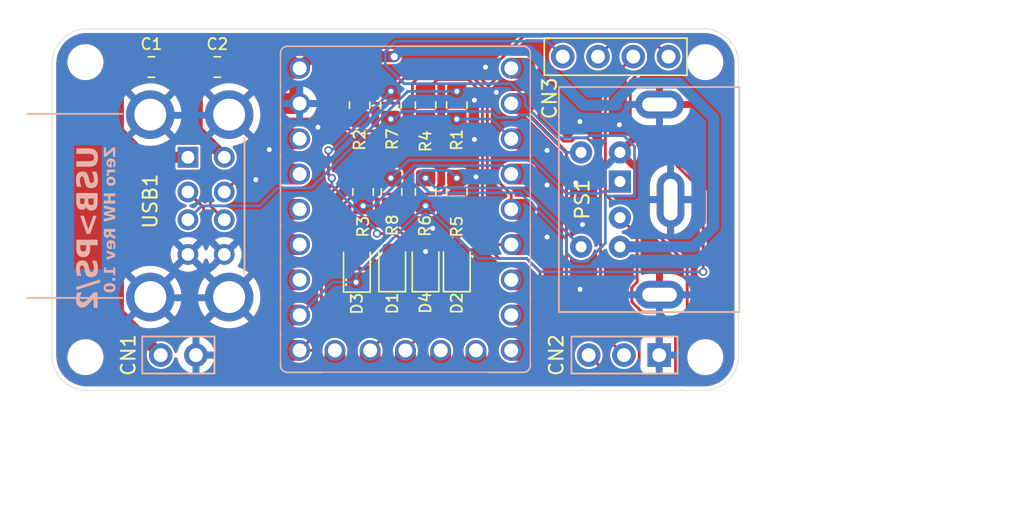
<source format=kicad_pcb>
(kicad_pcb (version 20240108) (generator "pcbnew") (generator_version "8.0")
  (title_block (title "USB to PS/2 Adapter") (date "2024-12-07") (rev "1.2") (company "Mikhail Matveev"))
  (layers (0 "F.Cu" signal) (31 "B.Cu" signal) (34 "B.Paste" user) (35 "F.Paste" user) (36 "B.SilkS" user "B.Silkscreen") (37 "F.SilkS" user "F.Silkscreen") (38 "B.Mask" user) (39 "F.Mask" user) (44 "Edge.Cuts" user))
  (net 0 "")
  (net 1 "GND")
  (net 2 "VBUS")
  (net 3 "/GPIO15")
  (net 4 "/GPIO14")
  (net 5 "/GPIO12")
  (net 6 "/GPIO11")
  (net 7 "/RP Zero/GPIO9")
  (net 8 "/GPIO5")
  (net 9 "/GPIO4")
  (net 10 "/GPIO3")
  (net 11 "/GPIO2")
  (net 12 "/GPIO1")
  (net 13 "/GPIO0")
  (net 14 "/PS2 with Diodes/MS_CLK")
  (net 15 "/PS2 with Diodes/MS_DATA")
  (net 16 "/PS2 with Diodes/KB_DATA")
  (net 17 "/PS2 with Diodes/KB_CLK")
  (net 18 "/RP Zero/GPIO28")
  (net 19 "/RP Zero/GPIO6")
  (net 20 "/RP Zero/GPIO29")
  (net 21 "/RP Zero/3V3")
  (net 22 "/RP Zero/GPIO9_1")
  (net 23 "/RP Zero/GPIO10")
  (net 24 "/RP Zero/GPIO29_1")
  (net 25 "/RP Zero/GPIO8")
  (net 26 "/RP Zero/GPIO10_1")
  (net 27 "/RP Zero/GPIO26")
  (net 28 "/RP Zero/3V3_1")
  (net 29 "/RP Zero/GPIO27")
  (net 30 "/RP Zero/GPIO8_1")
  (net 31 "/RP Zero/GPIO6_1")
  (net 32 "/RP Zero/GPIO27_1")
  (net 33 "/RP Zero/GPIO7")
  (net 34 "/RP Zero/GPIO13")
  (net 35 "/RP Zero/GPIO28_1")
  (net 36 "/RP Zero/GPIO13_1")
  (net 37 "/RP Zero/GPIO26_1")
  (net 38 "/RP Zero/GPIO7_1")
  (net 39 "Net-(USB1-D1+)")
  (net 40 "Net-(USB1-D2+)")
  (net 41 "Net-(USB1-D1-)")
  (net 42 "Net-(USB1-D2-)")
  (footprint "LIBS:Medved_R_0805" (layer "F.Cu") (at 124.3 88.75 -90)
    (property "Reference" "R8" (at 2.4 -0.05 -90) (layer "F.SilkS") (effects (font (size 0.8 0.8) (thickness 0.13))))
    (property "Value" "100R")
    (fp_line (start -0.227064 0.735) (end 0.227064 0.735) (stroke (width 0.12)) (layer "F.SilkS"))
    (fp_line (start -0.227064 -0.735) (end 0.227064 -0.735) (stroke (width 0.12)) (layer "F.SilkS"))
    (pad "1" smd roundrect (at -1 0 270) (size 1.2 1.4) (layers "F.Cu" "F.Paste" "F.Mask") (roundrect_rratio 0.208333) (net 16 "/PS2 with Diodes/KB_DATA"))
    (pad "2" smd roundrect (at 1 0 270) (size 1.2 1.4) (layers "F.Cu" "F.Paste" "F.Mask") (roundrect_rratio 0.208333) (net 6 "/GPIO11"))
  )
  (footprint "LIBS:MountingHole_2.1mm" (layer "F.Cu") (at 146.9 79.4)
    (property "Reference" "H4" (hide yes))
    (property "Value" "MountingHole")
    (pad "" np_thru_hole circle (at 0 0) (size 2.1 2.1) (drill 2.1) (layers "*.Cu" "*.Mask"))
  )
  (footprint "LIBS:Medved_USB_A_CUI_UJ2-ADH-TH_Horizontal_Stacked" (layer "F.Cu") (at 109.63 86.25)
    (property "Reference" "USB1" (at -2.71 3.16 90) (layer "F.SilkS"))
    (property "Value" "USB_A_Stacked")
    (fp_line (start -11.58 10.13) (end -4.73 10.13) (stroke (width 0.12)) (layer "B.SilkS"))
    (fp_line (start -4.73 -3.13) (end -11.58 -3.13) (stroke (width 0.12)) (layer "B.SilkS"))
    (fp_line (start 4.07 8.4) (end 4.07 -1.4) (stroke (width 0.12)) (layer "B.SilkS"))
    (fp_line (start -11.58 10.13) (end -4.73 10.13) (stroke (width 0.12)) (layer "F.SilkS"))
    (fp_line (start -4.73 -3.13) (end -11.58 -3.13) (stroke (width 0.12)) (layer "F.SilkS"))
    (fp_line (start 4.07 8.4) (end 4.07 -1.4) (stroke (width 0.12)) (layer "F.SilkS"))
    (pad "1" thru_hole rect (at 0 0) (size 1.5 1.5) (drill 0.92) (layers "*.Cu" "*.Mask") (net 2 "VBUS"))
    (pad "2" thru_hole circle (at 0 2.5) (size 1.5 1.5) (drill 0.92) (layers "*.Cu" "*.Mask") (net 41 "Net-(USB1-D1-)"))
    (pad "3" thru_hole circle (at 0 4.5) (size 1.5 1.5) (drill 0.92) (layers "*.Cu" "*.Mask") (net 39 "Net-(USB1-D1+)"))
    (pad "4" thru_hole circle (at 0 7) (size 1.5 1.5) (drill 0.92) (layers "*.Cu" "*.Mask") (net 1 "GND"))
    (pad "5" thru_hole circle (at 2.62 0) (size 1.5 1.5) (drill 0.92) (layers "*.Cu" "*.Mask") (net 2 "VBUS"))
    (pad "6" thru_hole circle (at 2.62 2.5) (size 1.5 1.5) (drill 0.92) (layers "*.Cu" "*.Mask") (net 42 "Net-(USB1-D2-)"))
    (pad "7" thru_hole circle (at 2.62 4.5) (size 1.5 1.5) (drill 0.92) (layers "*.Cu" "*.Mask") (net 40 "Net-(USB1-D2+)"))
    (pad "8" thru_hole circle (at 2.62 7) (size 1.5 1.5) (drill 0.92) (layers "*.Cu" "*.Mask") (net 1 "GND"))
    (pad "9" thru_hole circle (at -2.71 -3.07) (size 3.5 3.5) (drill 2.3) (layers "*.Cu" "*.Mask") (net 1 "GND"))
    (pad "9" thru_hole circle (at -2.71 10.07) (size 3.5 3.5) (drill 2.3) (layers "*.Cu" "*.Mask") (net 1 "GND"))
    (pad "9" thru_hole circle (at 2.97 -3.07) (size 3.5 3.5) (drill 2.3) (layers "*.Cu" "*.Mask") (net 1 "GND"))
    (pad "9" thru_hole circle (at 2.97 10.07) (size 3.5 3.5) (drill 2.3) (layers "*.Cu" "*.Mask") (net 1 "GND"))
  )
  (footprint "LIBS:Medved_PinHeader_1x04" (layer "F.Cu") (at 144.25 79 -90)
    (property "Reference" "CN3" (at 3.01 8.57 -90) (layer "F.SilkS"))
    (property "Value" "PS/2 Pins")
    (fp_line (start -1.33 8.95) (end 1.33 8.95) (stroke (width 0.12)) (layer "F.SilkS"))
    (fp_line (start -1.33 -1.33) (end -1.33 8.95) (stroke (width 0.12)) (layer "F.SilkS"))
    (fp_line (start -1.33 -1.33) (end 1.340917 -1.33) (stroke (width 0.12)) (layer "F.SilkS"))
    (fp_line (start 1.340917 -1.33) (end 1.34 8.950005) (stroke (width 0.12)) (layer "F.SilkS"))
    (pad "1" thru_hole circle (at 0 0 270) (size 1.7 1.7) (drill 1) (layers "*.Cu" "*.Mask") (net 5 "/GPIO12"))
    (pad "2" thru_hole oval (at 0 2.54 270) (size 1.7 1.7) (drill 1) (layers "*.Cu" "*.Mask") (net 6 "/GPIO11"))
    (pad "3" thru_hole oval (at 0 5.08 270) (size 1.7 1.7) (drill 1) (layers "*.Cu" "*.Mask") (net 3 "/GPIO15"))
    (pad "4" thru_hole oval (at 0 7.62 270) (size 1.7 1.7) (drill 1) (layers "*.Cu" "*.Mask") (net 4 "/GPIO14"))
  )
  (footprint "LIBS:MountingHole_2.1mm" (layer "F.Cu") (at 146.9 100.65)
    (property "Reference" "H3" (hide yes))
    (property "Value" "MountingHole")
    (pad "" np_thru_hole circle (at 0 0) (size 2.1 2.1) (drill 2.1) (layers "*.Cu" "*.Mask"))
  )
  (footprint "LIBS:Medved_R_0805" (layer "F.Cu") (at 126.75 88.75 -90)
    (property "Reference" "R6" (at 2.45 0.05 90) (layer "F.SilkS") (effects (font (size 0.8 0.8) (thickness 0.13))))
    (property "Value" "100R")
    (fp_line (start -0.227064 0.735) (end 0.227064 0.735) (stroke (width 0.12)) (layer "F.SilkS"))
    (fp_line (start -0.227064 -0.735) (end 0.227064 -0.735) (stroke (width 0.12)) (layer "F.SilkS"))
    (pad "1" smd roundrect (at -1 0 270) (size 1.2 1.4) (layers "F.Cu" "F.Paste" "F.Mask") (roundrect_rratio 0.208333) (net 14 "/PS2 with Diodes/MS_CLK"))
    (pad "2" smd roundrect (at 1 0 270) (size 1.2 1.4) (layers "F.Cu" "F.Paste" "F.Mask") (roundrect_rratio 0.208333) (net 3 "/GPIO15"))
  )
  (footprint "LIBS:Connector_Mini-DIN_Female_6Pin_2rows" (layer "F.Cu") (at 140.75 88 90)
    (property "Reference" "PS1" (at -1.29 -2.71 90) (layer "F.SilkS"))
    (property "Value" "PS/2")
    (fp_line (start 6.8 -4.4) (end 6.8 8.6) (stroke (width 0.12)) (layer "B.SilkS"))
    (fp_line (start -9.4 -4.4) (end 6.8 -4.4) (stroke (width 0.12)) (layer "B.SilkS"))
    (fp_line (start -9.4 -4.4) (end -9.4 8.6) (stroke (width 0.12)) (layer "B.SilkS"))
    (fp_line (start -9.4 8.6) (end 6.8 8.6) (stroke (width 0.12)) (layer "B.SilkS"))
    (fp_line (start 6.8 -4.4) (end 6.8 8.6) (stroke (width 0.12)) (layer "F.SilkS"))
    (fp_line (start -9.4 -4.4) (end 6.8 -4.4) (stroke (width 0.12)) (layer "F.SilkS"))
    (fp_line (start -9.4 -4.4) (end -9.4 8.6) (stroke (width 0.12)) (layer "F.SilkS"))
    (fp_line (start -9.4 8.6) (end 6.8 8.6) (stroke (width 0.12)) (layer "F.SilkS"))
    (pad "1" thru_hole rect (at 0 0 90) (size 1.6 1.6) (drill 0.8) (layers "*.Cu" "*.Mask") (net 16 "/PS2 with Diodes/KB_DATA"))
    (pad "2" thru_hole circle (at -2.6 0 90) (size 1.6 1.6) (drill 0.8) (layers "*.Cu" "*.Mask") (net 15 "/PS2 with Diodes/MS_DATA"))
    (pad "3" thru_hole oval (at -8.15 2.85 90) (size 2 3.5) (drill oval 1 2.5) (layers "*.Cu" "*.Mask") (net 1 "GND"))
    (pad "3" thru_hole oval (at -1.3 3.65 90) (size 4 2) (drill oval 3 1) (layers "*.Cu" "*.Mask") (net 1 "GND"))
    (pad "3" thru_hole circle (at 2.1 0 90) (size 1.6 1.6) (drill 0.8) (layers "*.Cu" "*.Mask") (net 1 "GND"))
    (pad "3" thru_hole oval (at 5.55 2.85 90) (size 2 3.5) (drill oval 1 2.5) (layers "*.Cu" "*.Mask") (net 1 "GND"))
    (pad "4" thru_hole circle (at -4.7 0 90) (size 1.6 1.6) (drill 0.8) (layers "*.Cu" "*.Mask") (net 2 "VBUS"))
    (pad "5" thru_hole circle (at 2.1 -2.8 90) (size 1.6 1.6) (drill 0.8) (layers "*.Cu" "*.Mask") (net 17 "/PS2 with Diodes/KB_CLK"))
    (pad "6" thru_hole circle (at -4.7 -2.8 90) (size 1.6 1.6) (drill 0.8) (layers "*.Cu" "*.Mask") (net 14 "/PS2 with Diodes/MS_CLK"))
  )
  (footprint "LIBS:Medved_UART_Pin3" (layer "F.Cu") (at 138.5 100.5 90)
    (property "Reference" "CN2" (at 0 -2.33 90) (layer "F.SilkS"))
    (property "Value" "UART")
    (fp_line (start 1.33 -1.25) (end 1.33 6.41) (stroke (width 0.12)) (layer "B.SilkS"))
    (fp_line (start -1.33 -1.25) (end 1.33 -1.25) (stroke (width 0.12)) (layer "B.SilkS"))
    (fp_line (start -1.33 -1.25) (end -1.33 6.41) (stroke (width 0.12)) (layer "B.SilkS"))
    (fp_line (start -1.33 6.41) (end 1.33 6.41) (stroke (width 0.12)) (layer "B.SilkS"))
    (fp_line (start 1.33 -1.25) (end 1.33 6.41) (stroke (width 0.12)) (layer "F.SilkS"))
    (fp_line (start -1.33 -1.25) (end 1.33 -1.25) (stroke (width 0.12)) (layer "F.SilkS"))
    (fp_line (start -1.33 -1.25) (end -1.33 6.41) (stroke (width 0.12)) (layer "F.SilkS"))
    (fp_line (start -1.33 6.41) (end 1.33 6.41) (stroke (width 0.12)) (layer "F.SilkS"))
    (pad "1" thru_hole circle (at 0 0 90) (size 1.7 1.7) (drill 1) (layers "*.Cu" "*.Mask") (net 13 "/GPIO0"))
    (pad "2" thru_hole oval (at 0 2.54 90) (size 1.7 1.7) (drill 1) (layers "*.Cu" "*.Mask") (net 12 "/GPIO1"))
    (pad "3" thru_hole rect (at 0 5.08 90) (size 1.7 1.7) (drill 1) (layers "*.Cu" "*.Mask") (net 1 "GND"))
  )
  (footprint "LIBS:Medved_R_0805" (layer "F.Cu") (at 122.25 88.75 90)
    (property "Reference" "R3" (at -2.5 0 90) (layer "F.SilkS") (effects (font (size 0.8 0.8) (thickness 0.13))))
    (property "Value" "22R")
    (fp_line (start -0.227064 -0.735) (end 0.227064 -0.735) (stroke (width 0.12)) (layer "F.SilkS"))
    (fp_line (start -0.227064 0.735) (end 0.227064 0.735) (stroke (width 0.12)) (layer "F.SilkS"))
    (pad "1" smd roundrect (at -1 0 90) (size 1.2 1.4) (layers "F.Cu" "F.Paste" "F.Mask") (roundrect_rratio 0.208333) (net 10 "/GPIO3"))
    (pad "2" smd roundrect (at 1 0 90) (size 1.2 1.4) (layers "F.Cu" "F.Paste" "F.Mask") (roundrect_rratio 0.208333) (net 41 "Net-(USB1-D1-)"))
  )
  (footprint "LIBS:Medved_R_0805" (layer "F.Cu") (at 129 88.75 90)
    (property "Reference" "R5" (at -2.5 0 90) (layer "F.SilkS") (effects (font (size 0.8 0.8) (thickness 0.13))))
    (property "Value" "100R")
    (fp_line (start -0.227064 -0.735) (end 0.227064 -0.735) (stroke (width 0.12)) (layer "F.SilkS"))
    (fp_line (start -0.227064 0.735) (end 0.227064 0.735) (stroke (width 0.12)) (layer "F.SilkS"))
    (pad "1" smd roundrect (at -1 0 90) (size 1.2 1.4) (layers "F.Cu" "F.Paste" "F.Mask") (roundrect_rratio 0.208333) (net 15 "/PS2 with Diodes/MS_DATA"))
    (pad "2" smd roundrect (at 1 0 90) (size 1.2 1.4) (layers "F.Cu" "F.Paste" "F.Mask") (roundrect_rratio 0.208333) (net 4 "/GPIO14"))
  )
  (footprint "LIBS:Medved_R_0805" (layer "F.Cu") (at 124.25 82.5 90)
    (property "Reference" "R7" (at -2.45 0.1 90) (layer "F.SilkS") (effects (font (size 0.8 0.8) (thickness 0.13))))
    (property "Value" "100R")
    (fp_line (start -0.227064 -0.735) (end 0.227064 -0.735) (stroke (width 0.12)) (layer "F.SilkS"))
    (fp_line (start -0.227064 0.735) (end 0.227064 0.735) (stroke (width 0.12)) (layer "F.SilkS"))
    (pad "1" smd roundrect (at -1 0 90) (size 1.2 1.4) (layers "F.Cu" "F.Paste" "F.Mask") (roundrect_rratio 0.208333) (net 17 "/PS2 with Diodes/KB_CLK"))
    (pad "2" smd roundrect (at 1 0 90) (size 1.2 1.4) (layers "F.Cu" "F.Paste" "F.Mask") (roundrect_rratio 0.208333) (net 5 "/GPIO12"))
  )
  (footprint "LIBS:MountingHole_2.1mm" (layer "F.Cu") (at 102.25 79.4)
    (property "Reference" "H1" (hide yes))
    (property "Value" "MountingHole")
    (pad "" np_thru_hole circle (at 0 0) (size 2.1 2.1) (drill 2.1) (layers "*.Cu" "*.Mask"))
  )
  (footprint "LIBS:Medved_PinHeader_1x02" (layer "F.Cu") (at 107.67 100.5 90)
    (property "Reference" "CN1" (at 0 -2.33 90) (layer "F.SilkS"))
    (property "Value" "Conn_01x02")
    (fp_line (start 1.330169 -1.33) (end 1.33 3.87) (stroke (width 0.12)) (layer "B.SilkS"))
    (fp_line (start -1.33 -1.33) (end 1.330169 -1.33) (stroke (width 0.12)) (layer "B.SilkS"))
    (fp_line (start -1.33 1.27) (end -1.33 -1.33) (stroke (width 0.12)) (layer "B.SilkS"))
    (fp_line (start -1.33 1.27) (end -1.33 3.87) (stroke (width 0.12)) (layer "B.SilkS"))
    (fp_line (start -1.33 3.87) (end 1.33 3.87) (stroke (width 0.12)) (layer "B.SilkS"))
    (fp_line (start 1.330169 -1.33) (end 1.33 3.87) (stroke (width 0.12)) (layer "F.SilkS"))
    (fp_line (start -1.33 -1.33) (end 1.330169 -1.33) (stroke (width 0.12)) (layer "F.SilkS"))
    (fp_line (start -1.33 1.27) (end -1.33 -1.33) (stroke (width 0.12)) (layer "F.SilkS"))
    (fp_line (start -1.33 1.27) (end -1.33 3.87) (stroke (width 0.12)) (layer "F.SilkS"))
    (fp_line (start -1.33 3.87) (end 1.33 3.87) (stroke (width 0.12)) (layer "F.SilkS"))
    (pad "1" thru_hole circle (at 0 0 90) (size 1.7 1.7) (drill 1) (layers "*.Cu" "*.Mask") (net 2 "VBUS"))
    (pad "2" thru_hole oval (at 0 2.54 90) (size 1.7 1.7) (drill 1) (layers "*.Cu" "*.Mask") (net 1 "GND"))
  )
  (footprint "LIBS:Medved_R_0805" (layer "F.Cu") (at 111.75 79.75)
    (property "Reference" "C2" (at 0 -1.65 0) (layer "F.SilkS") (effects (font (size 0.8 0.8) (thickness 0.13))))
    (property "Value" "10u")
    (fp_line (start -0.227064 -0.735) (end 0.227064 -0.735) (stroke (width 0.12)) (layer "F.SilkS"))
    (fp_line (start -0.227064 0.735) (end 0.227064 0.735) (stroke (width 0.12)) (layer "F.SilkS"))
    (pad "1" smd roundrect (at -1 0) (size 1.2 1.4) (layers "F.Cu" "F.Paste" "F.Mask") (roundrect_rratio 0.208333) (net 2 "VBUS"))
    (pad "2" smd roundrect (at 1 0) (size 1.2 1.4) (layers "F.Cu" "F.Paste" "F.Mask") (roundrect_rratio 0.208333) (net 1 "GND"))
  )
  (footprint "LIBS:Medved_R_0805" (layer "F.Cu") (at 126.75 82.5 -90)
    (property "Reference" "R4" (at 2.6 0 -90) (layer "F.SilkS") (effects (font (size 0.8 0.8) (thickness 0.13))))
    (property "Value" "22R")
    (fp_line (start -0.227064 0.735) (end 0.227064 0.735) (stroke (width 0.12)) (layer "F.SilkS"))
    (fp_line (start -0.227064 -0.735) (end 0.227064 -0.735) (stroke (width 0.12)) (layer "F.SilkS"))
    (pad "1" smd roundrect (at -1 0 270) (size 1.2 1.4) (layers "F.Cu" "F.Paste" "F.Mask") (roundrect_rratio 0.208333) (net 8 "/GPIO5"))
    (pad "2" smd roundrect (at 1 0 270) (size 1.2 1.4) (layers "F.Cu" "F.Paste" "F.Mask") (roundrect_rratio 0.208333) (net 42 "Net-(USB1-D2-)"))
  )
  (footprint "LIBS:MountingHole_2.1mm" (layer "F.Cu") (at 102.25 100.65)
    (property "Reference" "H2" (hide yes))
    (property "Value" "MountingHole")
    (pad "" np_thru_hole circle (at 0 0) (size 2.1 2.1) (drill 2.1) (layers "*.Cu" "*.Mask"))
  )
  (footprint "LIBS:Medved_R_0805" (layer "F.Cu") (at 107 79.75)
    (property "Reference" "C1" (at 0 -1.65 0) (layer "F.SilkS") (effects (font (size 0.8 0.8) (thickness 0.13))))
    (property "Value" "10u")
    (fp_line (start -0.227064 -0.735) (end 0.227064 -0.735) (stroke (width 0.12)) (layer "F.SilkS"))
    (fp_line (start -0.227064 0.735) (end 0.227064 0.735) (stroke (width 0.12)) (layer "F.SilkS"))
    (pad "1" smd roundrect (at -1 0) (size 1.2 1.4) (layers "F.Cu" "F.Paste" "F.Mask") (roundrect_rratio 0.208333) (net 2 "VBUS"))
    (pad "2" smd roundrect (at 1 0) (size 1.2 1.4) (layers "F.Cu" "F.Paste" "F.Mask") (roundrect_rratio 0.208333) (net 1 "GND"))
  )
  (footprint "LIBS:rp2040-zero-tht" (layer "F.Cu") (at 125.3 90)
    (property "Reference" "RP1" (hide yes))
    (property "Value" "RP 2040 Zero" (hide yes))
    (fp_line (start -9 11.23) (end -9 -11.24) (stroke (width 0.1)) (layer "B.SilkS"))
    (fp_line (start -8.5 -11.74) (end 8.49 -11.74) (stroke (width 0.1)) (layer "B.SilkS"))
    (fp_line (start 8.49 11.73) (end -8.5 11.73) (stroke (width 0.1)) (layer "B.SilkS"))
    (fp_line (start 8.99 -11.24) (end 8.99 11.23) (stroke (width 0.1)) (layer "B.SilkS"))
    (fp_arc (start -9 -11.24) (mid -8.853553 -11.593553) (end -8.5 -11.74) (stroke (width 0.1)) (layer "B.SilkS"))
    (fp_arc (start -8.5 11.73) (mid -8.853553 11.583553) (end -9 11.23) (stroke (width 0.1)) (layer "B.SilkS"))
    (fp_arc (start 8.49 -11.74) (mid 8.843553 -11.593553) (end 8.99 -11.24) (stroke (width 0.1)) (layer "B.SilkS"))
    (fp_arc (start 8.99 11.23) (mid 8.843553 11.583553) (end 8.49 11.73) (stroke (width 0.1)) (layer "B.SilkS"))
    (fp_line (start -9 -11.25) (end -9 -11) (stroke (width 0.1)) (layer "F.SilkS"))
    (fp_line (start -9 -9.05) (end -9 -8.8) (stroke (width 0.1)) (layer "F.SilkS"))
    (fp_line (start -9 -6.525) (end -9 -6.275) (stroke (width 0.1)) (layer "F.SilkS"))
    (fp_line (start -9 -3.95) (end -9 -3.7) (stroke (width 0.1)) (layer "F.SilkS"))
    (fp_line (start -9 -1.475) (end -9 -1.225) (stroke (width 0.1)) (layer "F.SilkS"))
    (fp_line (start -9 1.05) (end -9 1.3) (stroke (width 0.1)) (layer "F.SilkS"))
    (fp_line (start -9 3.625) (end -9 3.875) (stroke (width 0.1)) (layer "F.SilkS"))
    (fp_line (start -9 6.275) (end -9 6.525) (stroke (width 0.1)) (layer "F.SilkS"))
    (fp_line (start -9 8.85) (end -9 9.1) (stroke (width 0.1)) (layer "F.SilkS"))
    (fp_line (start -9 11.25) (end -9 11) (stroke (width 0.1)) (layer "F.SilkS"))
    (fp_line (start -8.5 -11.75) (end 8.5 -11.75) (stroke (width 0.1)) (layer "F.SilkS"))
    (fp_line (start -8.5 11.75) (end -6 11.75) (stroke (width 0.1)) (layer "F.SilkS"))
    (fp_line (start 8.5 11.75) (end 6 11.75) (stroke (width 0.1)) (layer "F.SilkS"))
    (fp_line (start 9 -11.25) (end 9 -11) (stroke (width 0.1)) (layer "F.SilkS"))
    (fp_line (start 9 -9.075) (end 9 -8.825) (stroke (width 0.1)) (layer "F.SilkS"))
    (fp_line (start 9 -6.55) (end 9 -6.3) (stroke (width 0.1)) (layer "F.SilkS"))
    (fp_line (start 9 -3.975) (end 9 -3.725) (stroke (width 0.1)) (layer "F.SilkS"))
    (fp_line (start 9 -1.5) (end 9 -1.25) (stroke (width 0.1)) (layer "F.SilkS"))
    (fp_line (start 9 1.025) (end 9 1.275) (stroke (width 0.1)) (layer "F.SilkS"))
    (fp_line (start 9 3.6) (end 9 3.85) (stroke (width 0.1)) (layer "F.SilkS"))
    (fp_line (start 9 6.25) (end 9 6.5) (stroke (width 0.1)) (layer "F.SilkS"))
    (fp_line (start 9 8.825) (end 9 9.075) (stroke (width 0.1)) (layer "F.SilkS"))
    (fp_line (start 9 11.25) (end 9 11) (stroke (width 0.1)) (layer "F.SilkS"))
    (fp_arc (start -9 -11.25) (mid -8.853553 -11.603553) (end -8.5 -11.75) (stroke (width 0.1)) (layer "F.SilkS"))
    (fp_arc (start -8.5 11.75) (mid -8.853553 11.603553) (end -9 11.25) (stroke (width 0.1)) (layer "F.SilkS"))
    (fp_arc (start 8.5 -11.75) (mid 8.853553 -11.603553) (end 9 -11.25) (stroke (width 0.1)) (layer "F.SilkS"))
    (fp_arc (start 9 11.25) (mid 8.853553 11.603553) (end 8.5 11.75) (stroke (width 0.1)) (layer "F.SilkS"))
    (pad "1" thru_hole oval (at 7.62 -10.16) (size 1.5 1.5) (drill 1) (layers "*.Cu" "*.Mask") (net 13 "/GPIO0"))
    (pad "1" smd oval (at 8.12 -10.16) (size 2.5 1.5) (layers "F.Cu" "F.Paste" "F.Mask") (net 13 "/GPIO0"))
    (pad "2" thru_hole oval (at 7.62 -7.62) (size 1.5 1.5) (drill 1) (layers "*.Cu" "*.Mask") (net 12 "/GPIO1"))
    (pad "2" smd oval (at 8.12 -7.62) (size 2.5 1.5) (layers "F.Cu" "F.Paste" "F.Mask") (net 12 "/GPIO1"))
    (pad "3" thru_hole oval (at 7.62 -5.08) (size 1.5 1.5) (drill 1) (layers "*.Cu" "*.Mask") (net 11 "/GPIO2"))
    (pad "3" smd oval (at 8.12 -5.08) (size 2.5 1.5) (layers "F.Cu" "F.Paste" "F.Mask") (net 11 "/GPIO2"))
    (pad "4" thru_hole oval (at 7.62 -2.54) (size 1.5 1.5) (drill 1) (layers "*.Cu" "*.Mask") (net 10 "/GPIO3"))
    (pad "4" smd oval (at 8.12 -2.54) (size 2.5 1.5) (layers "F.Cu" "F.Paste" "F.Mask") (net 10 "/GPIO3"))
    (pad "5" thru_hole oval (at 7.62 0) (size 1.5 1.5) (drill 1) (layers "*.Cu" "*.Mask") (net 9 "/GPIO4"))
    (pad "5" smd oval (at 8.12 0) (size 2.5 1.5) (layers "F.Cu" "F.Paste" "F.Mask") (net 9 "/GPIO4"))
    (pad "6" thru_hole oval (at 7.62 2.54) (size 1.5 1.5) (drill 1) (layers "*.Cu" "*.Mask") (net 8 "/GPIO5"))
    (pad "6" smd oval (at 8.12 2.54) (size 2.5 1.5) (layers "F.Cu" "F.Paste" "F.Mask") (net 8 "/GPIO5"))
    (pad "7" thru_hole oval (at 7.62 5.08) (size 1.5 1.5) (drill 1) (layers "*.Cu" "*.Mask") (net 19 "/RP Zero/GPIO6"))
    (pad "7" smd oval (at 8.12 5.08) (size 2.5 1.5) (layers "F.Cu" "F.Paste" "F.Mask") (net 31 "/RP Zero/GPIO6_1"))
    (pad "8" thru_hole oval (at 7.62 7.62) (size 1.5 1.5) (drill 1) (layers "*.Cu" "*.Mask") (net 33 "/RP Zero/GPIO7"))
    (pad "8" smd oval (at 8.12 7.62) (size 2.5 1.5) (layers "F.Cu" "F.Paste" "F.Mask") (net 38 "/RP Zero/GPIO7_1"))
    (pad "9" thru_hole oval (at 7.62 10.16) (size 1.5 1.5) (drill 1) (layers "*.Cu" "*.Mask") (net 30 "/RP Zero/GPIO8_1"))
    (pad "9" smd oval (at 8.12 10.16) (size 2.5 1.5) (layers "F.Cu" "F.Paste" "F.Mask") (net 25 "/RP Zero/GPIO8"))
    (pad "10" thru_hole oval (at 5.08 10.16) (size 1.5 1.5) (drill 1) (layers "*.Cu" "*.Mask") (net 7 "/RP Zero/GPIO9"))
    (pad "10" smd oval (at 5.08 10.66 90) (size 2.5 1.5) (layers "F.Cu" "F.Paste" "F.Mask") (net 22 "/RP Zero/GPIO9_1"))
    (pad "11" thru_hole oval (at 2.54 10.16) (size 1.5 1.5) (drill 1) (layers "*.Cu" "*.Mask") (net 26 "/RP Zero/GPIO10_1"))
    (pad "11" smd oval (at 2.54 10.66 90) (size 2.5 1.5) (layers "F.Cu" "F.Paste" "F.Mask") (net 23 "/RP Zero/GPIO10"))
    (pad "12" thru_hole oval (at 0 10.16) (size 1.5 1.5) (drill 1) (layers "*.Cu" "*.Mask") (net 6 "/GPIO11"))
    (pad "12" smd oval (at 0 10.66 90) (size 2.5 1.5) (layers "F.Cu" "F.Paste" "F.Mask") (net 6 "/GPIO11"))
    (pad "13" thru_hole oval (at -2.54 10.16) (size 1.5 1.5) (drill 1) (layers "*.Cu" "*.Mask") (net 5 "/GPIO12"))
    (pad "13" smd oval (at -2.54 10.66 90) (size 2.5 1.5) (layers "F.Cu" "F.Paste" "F.Mask") (net 5 "/GPIO12"))
    (pad "14" thru_hole oval (at -5.08 10.16) (size 1.5 1.5) (drill 1) (layers "*.Cu" "*.Mask") (net 36 "/RP Zero/GPIO13_1"))
    (pad "14" smd oval (at -5.08 10.66 90) (size 2.5 1.5) (layers "F.Cu" "F.Paste" "F.Mask") (net 34 "/RP Zero/GPIO13"))
    (pad "15" smd oval (at -8.12 10.16) (size 2.5 1.5) (layers "F.Cu" "F.Paste" "F.Mask") (net 4 "/GPIO14"))
    (pad "15" thru_hole oval (at -7.62 10.16) (size 1.5 1.5) (drill 1) (layers "*.Cu" "*.Mask") (net 4 "/GPIO14"))
    (pad "16" smd oval (at -8.12 7.62) (size 2.5 1.5) (layers "F.Cu" "F.Paste" "F.Mask") (net 3 "/GPIO15"))
    (pad "16" thru_hole oval (at -7.62 7.62) (size 1.5 1.5) (drill 1) (layers "*.Cu" "*.Mask") (net 3 "/GPIO15"))
    (pad "17" smd oval (at -8.12 5.08) (size 2.5 1.5) (layers "F.Cu" "F.Paste" "F.Mask") (net 37 "/RP Zero/GPIO26_1"))
    (pad "17" thru_hole oval (at -7.62 5.08) (size 1.5 1.5) (drill 1) (layers "*.Cu" "*.Mask") (net 27 "/RP Zero/GPIO26"))
    (pad "18" smd oval (at -8.12 2.54) (size 2.5 1.5) (layers "F.Cu" "F.Paste" "F.Mask") (net 29 "/RP Zero/GPIO27"))
    (pad "18" thru_hole oval (at -7.62 2.54) (size 1.5 1.5) (drill 1) (layers "*.Cu" "*.Mask") (net 32 "/RP Zero/GPIO27_1"))
    (pad "19" smd oval (at -8.12 0) (size 2.5 1.5) (layers "F.Cu" "F.Paste" "F.Mask") (net 35 "/RP Zero/GPIO28_1"))
    (pad "19" thru_hole oval (at -7.62 0) (size 1.5 1.5) (drill 1) (layers "*.Cu" "*.Mask") (net 18 "/RP Zero/GPIO28"))
    (pad "20" smd oval (at -8.12 -2.54) (size 2.5 1.5) (layers "F.Cu" "F.Paste" "F.Mask") (net 20 "/RP Zero/GPIO29"))
    (pad "20" thru_hole oval (at -7.62 -2.54) (size 1.5 1.5) (drill 1) (layers "*.Cu" "*.Mask") (net 24 "/RP Zero/GPIO29_1"))
    (pad "21" smd oval (at -8.12 -5.08) (size 2.5 1.5) (layers "F.Cu" "F.Paste" "F.Mask") (net 28 "/RP Zero/3V3_1"))
    (pad "21" thru_hole oval (at -7.62 -5.08) (size 1.5 1.5) (drill 1) (layers "*.Cu" "*.Mask") (net 21 "/RP Zero/3V3"))
    (pad "22" smd oval (at -8.12 -7.62) (size 2.5 1.5) (layers "F.Cu" "F.Paste" "F.Mask") (net 1 "GND"))
    (pad "22" thru_hole oval (at -7.62 -7.62) (size 1.5 1.5) (drill 1) (layers "*.Cu" "*.Mask") (net 1 "GND"))
    (pad "23" smd oval (at -8.12 -10.16) (size 2.5 1.5) (layers "F.Cu" "F.Paste" "F.Mask") (net 2 "VBUS"))
    (pad "23" thru_hole oval (at -7.62 -10.16) (size 1.5 1.5) (drill 1) (layers "*.Cu" "*.Mask") (net 2 "VBUS"))
  )
  (footprint "LIBS:Medved_D_0805" (layer "F.Cu") (at 121.8 94.1 90)
    (property "Reference" "D3" (at -2.7 0 90) (layer "F.SilkS") (effects (font (size 0.8 0.8) (thickness 0.13))))
    (property "Value" "3V3")
    (fp_line (start 1 -0.96) (end -1.86 -0.96) (stroke (width 0.12)) (layer "F.SilkS"))
    (fp_line (start -1.86 -0.96) (end -1.86 0.96) (stroke (width 0.12)) (layer "F.SilkS"))
    (fp_line (start -1.86 0.96) (end 1 0.96) (stroke (width 0.12)) (layer "F.SilkS"))
    (pad "1" smd roundrect (at -1.025 0 90) (size 1.15 1.4) (layers "F.Cu" "F.Paste" "F.Mask") (roundrect_rratio 0.217391) (net 3 "/GPIO15"))
    (pad "2" smd roundrect (at 1.025 0 90) (size 1.15 1.4) (layers "F.Cu" "F.Paste" "F.Mask") (roundrect_rratio 0.217391) (net 1 "GND"))
  )
  (footprint "LIBS:Medved_D_0805" (layer "F.Cu") (at 129 94.075 90)
    (property "Reference" "D2" (at -2.7 0 90) (layer "F.SilkS") (effects (font (size 0.8 0.8) (thickness 0.13))))
    (property "Value" "3V3")
    (fp_line (start 1 -0.96) (end -1.86 -0.96) (stroke (width 0.12)) (layer "F.SilkS"))
    (fp_line (start -1.86 -0.96) (end -1.86 0.96) (stroke (width 0.12)) (layer "F.SilkS"))
    (fp_line (start -1.86 0.96) (end 1 0.96) (stroke (width 0.12)) (layer "F.SilkS"))
    (pad "1" smd roundrect (at -1.025 0 90) (size 1.15 1.4) (layers "F.Cu" "F.Paste" "F.Mask") (roundrect_rratio 0.217391) (net 6 "/GPIO11"))
    (pad "2" smd roundrect (at 1.025 0 90) (size 1.15 1.4) (layers "F.Cu" "F.Paste" "F.Mask") (roundrect_rratio 0.217391) (net 1 "GND"))
  )
  (footprint "LIBS:Medved_R_0805" (layer "F.Cu") (at 122 82.5 -90)
    (property "Reference" "R2" (at 2.5 0 90) (layer "F.SilkS") (effects (font (size 0.8 0.8) (thickness 0.13))))
    (property "Value" "22R")
    (fp_line (start -0.227064 0.735) (end 0.227064 0.735) (stroke (width 0.12)) (layer "F.SilkS"))
    (fp_line (start -0.227064 -0.735) (end 0.227064 -0.735) (stroke (width 0.12)) (layer "F.SilkS"))
    (pad "1" smd roundrect (at -1 0 270) (size 1.2 1.4) (layers "F.Cu" "F.Paste" "F.Mask") (roundrect_rratio 0.208333) (net 9 "/GPIO4"))
    (pad "2" smd roundrect (at 1 0 270) (size 1.2 1.4) (layers "F.Cu" "F.Paste" "F.Mask") (roundrect_rratio 0.208333) (net 40 "Net-(USB1-D2+)"))
  )
  (footprint "LIBS:Medved_R_0805" (layer "F.Cu") (at 129 82.5 90)
    (property "Reference" "R1" (at -2.5 0 90) (layer "F.SilkS") (effects (font (size 0.8 0.8) (thickness 0.13))))
    (property "Value" "22R")
    (fp_line (start -0.227064 -0.735) (end 0.227064 -0.735) (stroke (width 0.12)) (layer "F.SilkS"))
    (fp_line (start -0.227064 0.735) (end 0.227064 0.735) (stroke (width 0.12)) (layer "F.SilkS"))
    (pad "1" smd roundrect (at -1 0 90) (size 1.2 1.4) (layers "F.Cu" "F.Paste" "F.Mask") (roundrect_rratio 0.208333) (net 11 "/GPIO2"))
    (pad "2" smd roundrect (at 1 0 90) (size 1.2 1.4) (layers "F.Cu" "F.Paste" "F.Mask") (roundrect_rratio 0.208333) (net 39 "Net-(USB1-D1+)"))
  )
  (footprint "LIBS:Medved_D_0805" (layer "F.Cu") (at 124.35 94.075 90)
    (property "Reference" "D1" (at -2.7 0 90) (layer "F.SilkS") (effects (font (size 0.8 0.8) (thickness 0.13))))
    (property "Value" "3V3")
    (fp_line (start 1 -0.96) (end -1.86 -0.96) (stroke (width 0.12)) (layer "F.SilkS"))
    (fp_line (start -1.86 -0.96) (end -1.86 0.96) (stroke (width 0.12)) (layer "F.SilkS"))
    (fp_line (start -1.86 0.96) (end 1 0.96) (stroke (width 0.12)) (layer "F.SilkS"))
    (pad "1" smd roundrect (at -1.025 0 90) (size 1.15 1.4) (layers "F.Cu" "F.Paste" "F.Mask") (roundrect_rratio 0.217391) (net 4 "/GPIO14"))
    (pad "2" smd roundrect (at 1.025 0 90) (size 1.15 1.4) (layers "F.Cu" "F.Paste" "F.Mask") (roundrect_rratio 0.217391) (net 1 "GND"))
  )
  (footprint "LIBS:Medved_D_0805" (layer "F.Cu") (at 126.75 94.075 90)
    (property "Reference" "D4" (at -2.665 -0.01 90) (layer "F.SilkS") (effects (font (size 0.8 0.8) (thickness 0.13))))
    (property "Value" "3V3")
    (fp_line (start 1 -0.96) (end -1.86 -0.96) (stroke (width 0.12)) (layer "F.SilkS"))
    (fp_line (start -1.86 -0.96) (end -1.86 0.96) (stroke (width 0.12)) (layer "F.SilkS"))
    (fp_line (start -1.86 0.96) (end 1 0.96) (stroke (width 0.12)) (layer "F.SilkS"))
    (pad "1" smd roundrect (at -1.025 0 90) (size 1.15 1.4) (layers "F.Cu" "F.Paste" "F.Mask") (roundrect_rratio 0.217391) (net 5 "/GPIO12"))
    (pad "2" smd roundrect (at 1.025 0 90) (size 1.15 1.4) (layers "F.Cu" "F.Paste" "F.Mask") (roundrect_rratio 0.217391) (net 1 "GND"))
  )
  (gr_line (start 102.35 103.05) (end 146.8 103.05) (stroke (width 0.05)) (layer "Edge.Cuts"))
  (gr_arc (start 146.8 77) (mid 148.567767 77.732233) (end 149.3 79.5) (stroke (width 0.05)) (layer "Edge.Cuts"))
  (gr_line (start 146.8 77) (end 102.35 77) (stroke (width 0.05)) (layer "Edge.Cuts"))
  (gr_arc (start 102.35 103.05) (mid 100.582233 102.317767) (end 99.85 100.55) (stroke (width 0.05)) (layer "Edge.Cuts"))
  (gr_arc (start 149.3 100.55) (mid 148.567767 102.317767) (end 146.8 103.05) (stroke (width 0.05)) (layer "Edge.Cuts"))
  (gr_line (start 149.3 100.55) (end 149.3 79.5) (stroke (width 0.05)) (layer "Edge.Cuts"))
  (gr_arc (start 99.85 79.5) (mid 100.582233 77.732233) (end 102.35 77) (stroke (width 0.05)) (layer "Edge.Cuts"))
  (gr_line (start 99.85 79.5) (end 99.85 100.55) (stroke (width 0.05)) (layer "Edge.Cuts"))
  (gr_text "USB>PS/2" (at 103.37 85.42 90) (layer "B.Cu") (effects (font (size 1.5 1.5) (thickness 0.3) (bold yes)) (justify left bottom mirror)))
  (gr_text "Zero HW Rev 1.0" (at 104.53 85.47 90) (layer "B.SilkS") (effects (font (size 0.8 0.8) (thickness 0.1)) (justify left bottom mirror)))
  (gr_text "USB>PS/2" (at 103.38 85.42 90) (layer "B.SilkS") (effects (font (size 1.5 1.5) (thickness 0.3) (bold yes)) (justify left bottom mirror)))
  (via (at 135.5 88.25) (size 0.6) (drill 0.35) (layers "F.Cu" "B.Cu") (net 1))
  (via (at 137.88 95.76) (size 0.6) (drill 0.35) (layers "F.Cu" "B.Cu") (net 1))
  (via (at 130.27 84.97) (size 0.6) (drill 0.35) (layers "F.Cu" "B.Cu") (net 1))
  (via (at 131.85 81.57) (size 0.6) (drill 0.35) (layers "F.Cu" "B.Cu") (net 1))
  (via (at 135.5 85.75) (size 0.6) (drill 0.35) (layers "F.Cu" "B.Cu") (net 1))
  (via (at 137.86 83.68) (size 0.6) (drill 0.35) (layers "F.Cu" "B.Cu") (net 1))
  (via (at 127.26 91.37) (size 0.6) (drill 0.35) (layers "F.Cu" "B.Cu") (net 1))
  (via (at 119 84.09) (size 0.6) (drill 0.35) (layers "F.Cu" "B.Cu") (net 1))
  (via (at 114.52 87.87) (size 0.6) (drill 0.35) (layers "F.Cu" "B.Cu") (net 1))
  (via (at 130.27 82.14) (size 0.6) (drill 0.35) (layers "F.Cu" "B.Cu") (net 1))
  (via (at 137.57 88.1) (size 0.6) (drill 0.35) (layers "F.Cu" "B.Cu") (net 1))
  (via (at 115.49 85.7) (size 0.6) (drill 0.35) (layers "F.Cu" "B.Cu") (net 1))
  (via (at 138.05 91.1) (size 0.6) (drill 0.35) (layers "F.Cu" "B.Cu") (net 1))
  (via (at 131.06 79.76) (size 0.6) (drill 0.35) (layers "F.Cu" "B.Cu") (net 1))
  (via (at 140.71 83.91) (size 0.6) (drill 0.35) (layers "F.Cu" "B.Cu") (net 1))
  (via (at 135.5 92) (size 0.6) (drill 0.35) (layers "F.Cu" "B.Cu") (net 1))
  (via (at 126.75 93.04) (size 0.6) (drill 0.35) (layers "F.Cu" "B.Cu") (net 1))
  (via (at 130.38 87.66) (size 0.6) (drill 0.35) (layers "F.Cu" "B.Cu") (net 1))
  (segment (start 107.07 83.229998) (end 112.75 83.229998) (width 0.5) (layer "B.Cu") (net 1))
  (segment (start 107.07 96.369998) (end 112.75 96.369998) (width 0.5) (layer "B.Cu") (net 1))
  (segment (start 106 79.75) (end 104.62 81.13) (width 0.8) (layer "F.Cu") (net 2))
  (segment (start 117.68 79.84) (end 116.34 78.5) (width 0.8) (layer "F.Cu") (net 2))
  (segment (start 109.5 78.5) (end 107.25 78.5) (width 0.8) (layer "F.Cu") (net 2))
  (segment (start 107.67 100.5) (end 104.62 97.45) (width 0.8) (layer "F.Cu") (net 2))
  (segment (start 106.5 86.25) (end 109.63 86.25) (width 0.8) (layer "F.Cu") (net 2))
  (segment (start 112 78.5) (end 110.75 79.75) (width 0.8) (layer "F.Cu") (net 2))
  (segment (start 110.3 84.3) (end 112.25 86.25) (width 0.8) (layer "F.Cu") (net 2))
  (segment (start 110.3 80.2) (end 110.3 84.3) (width 0.8) (layer "F.Cu") (net 2))
  (segment (start 118.52 79) (end 124.5 79) (width 0.8) (layer "F.Cu") (net 2))
  (segment (start 107.25 78.5) (end 106 79.75) (width 0.8) (layer "F.Cu") (net 2))
  (segment (start 110.75 79.75) (end 109.5 78.5) (width 0.8) (layer "F.Cu") (net 2))
  (segment (start 104.62 81.13) (end 104.62 84.37) (width 0.8) (layer "F.Cu") (net 2))
  (segment (start 104.62 84.37) (end 106.5 86.25) (width 0.8) (layer "F.Cu") (net 2))
  (segment (start 104.62 97.45) (end 104.62 84.37) (width 0.8) (layer "F.Cu") (net 2))
  (segment (start 116.34 78.5) (end 112 78.5) (width 0.8) (layer "F.Cu") (net 2))
  (segment (start 110.75 79.75) (end 110.3 80.2) (width 0.8) (layer "F.Cu") (net 2))
  (segment (start 117.68 79.84) (end 118.52 79) (width 0.8) (layer "F.Cu") (net 2))
  (via (at 124.5 79) (size 0.8) (drill 0.5) (layers "F.Cu" "B.Cu") (net 2))
  (segment (start 124.5 79) (end 124.96 78.54) (width 0.8) (layer "B.Cu") (net 2))
  (segment (start 140.5 82.189899) (end 141.789899 80.9) (width 0.8) (layer "B.Cu") (net 2))
  (segment (start 147.5 83.407969) (end 147.5 91.25) (width 0.8) (layer "B.Cu") (net 2))
  (segment (start 146.05 92.7) (end 140.75 92.7) (width 0.8) (layer "B.Cu") (net 2))
  (segment (start 124.96 78.54) (end 134.190101 78.54) (width 0.8) (layer "B.Cu") (net 2))
  (segment (start 144.992031 80.9) (end 147.5 83.407969) (width 0.8) (layer "B.Cu") (net 2))
  (segment (start 138.150101 82.5) (end 140.5 82.5) (width 0.8) (layer "B.Cu") (net 2))
  (segment (start 147.5 91.25) (end 146.05 92.7) (width 0.8) (layer "B.Cu") (net 2))
  (segment (start 134.190101 78.54) (end 138.150101 82.5) (width 0.8) (layer "B.Cu") (net 2))
  (segment (start 140.5 82.5) (end 140.5 82.189899) (width 0.8) (layer "B.Cu") (net 2))
  (segment (start 141.789899 80.9) (end 144.992031 80.9) (width 0.8) (layer "B.Cu") (net 2))
  (segment (start 142.165635 77.9) (end 142.81 78.544365) (width 0.2) (layer "F.Cu") (net 3))
  (segment (start 141.5 83.5) (end 146.75 88.75) (width 0.2) (layer "F.Cu") (net 3))
  (segment (start 141.5 80.765635) (end 141.5 83.5) (width 0.2) (layer "F.Cu") (net 3))
  (segment (start 139.17 79) (end 140.27 77.9) (width 0.2) (layer "F.Cu") (net 3))
  (segment (start 142.81 78.544365) (end 142.81 79.455635) (width 0.2) (layer "F.Cu") (net 3))
  (segment (start 142.81 79.455635) (end 141.5 80.765635) (width 0.2) (layer "F.Cu") (net 3))
  (segment (start 140.27 77.9) (end 142.165635 77.9) (width 0.2) (layer "F.Cu") (net 3))
  (segment (start 146.75 88.75) (end 146.75 94.5) (width 0.2) (layer "F.Cu") (net 3))
  (via (at 121.75 95.25) (size 0.6) (drill 0.35) (layers "F.Cu" "B.Cu") (net 3))
  (via (at 146.75 94.5) (size 0.6) (drill 0.35) (layers "F.Cu" "B.Cu") (net 3))
  (via (at 126.75 89.75) (size 0.6) (drill 0.35) (layers "F.Cu" "B.Cu") (net 3))
  (segment (start 120.05 95.25) (end 117.68 97.62) (width 0.2) (layer "B.Cu") (net 3))
  (segment (start 126.75 89.75) (end 121.75 94.75) (width 0.2) (layer "B.Cu") (net 3))
  (segment (start 121.75 95.25) (end 120.05 95.25) (width 0.2) (layer "B.Cu") (net 3))
  (segment (start 130.54 93.54) (end 126.75 89.75) (width 0.2) (layer "B.Cu") (net 3))
  (segment (start 134.97 94.5) (end 134.01 93.54) (width 0.2) (layer "B.Cu") (net 3))
  (segment (start 146.75 94.5) (end 134.97 94.5) (width 0.2) (layer "B.Cu") (net 3))
  (segment (start 134.01 93.54) (end 130.54 93.54) (width 0.2) (layer "B.Cu") (net 3))
  (segment (start 121.75 94.75) (end 121.75 95.25) (width 0.2) (layer "B.Cu") (net 3))
  (segment (start 123.65 95.1) (end 118.59 100.16) (width 0.2) (layer "F.Cu") (net 4))
  (segment (start 119.25 98.59) (end 117.68 100.16) (width 0.2) (layer "F.Cu") (net 4))
  (segment (start 121.585966 88.9) (end 119.25 91.235966) (width 0.2) (layer "F.Cu") (net 4))
  (segment (start 127.85 88.9) (end 121.585966 88.9) (width 0.2) (layer "F.Cu") (net 4))
  (segment (start 118.59 100.16) (end 117.68 100.16) (width 0.2) (layer "F.Cu") (net 4))
  (segment (start 129 87.75) (end 127.85 88.9) (width 0.2) (layer "F.Cu") (net 4))
  (segment (start 124.35 95.1) (end 123.65 95.1) (width 0.2) (layer "F.Cu") (net 4))
  (segment (start 119.25 91.235966) (end 119.25 98.59) (width 0.2) (layer "F.Cu") (net 4))
  (via (at 129 87.75) (size 0.6) (drill 0.35) (layers "F.Cu" "B.Cu") (net 4))
  (segment (start 132.904214 80.95) (end 133.92 81.965786) (width 0.2) (layer "B.Cu") (net 4))
  (segment (start 136.269999 84.85) (end 138.384925 84.85) (width 0.2) (layer "B.Cu") (net 4))
  (segment (start 138.384925 93.75) (end 137.515075 93.75) (width 0.2) (layer "B.Cu") (net 4))
  (segment (start 139.7 89.05) (end 139.7 92.434925) (width 0.2) (layer "B.Cu") (net 4))
  (segment (start 135.52 77.89) (end 124.61 77.89) (width 0.2) (layer "B.Cu") (net 4))
  (segment (start 136.9 93.134925) (end 136.9 92.144974) (width 0.2) (layer "B.Cu") (net 4))
  (segment (start 123.85 78.65) (end 123.85 79.6) (width 0.2) (layer "B.Cu") (net 4))
  (segment (start 126.2 87.977818) (end 126.2 87.522182) (width 0.2) (layer "B.Cu") (net 4))
  (segment (start 134.82 83.4) (end 134.82 83.400001) (width 0.2) (layer "B.Cu") (net 4))
  (segment (start 124.61 77.89) (end 123.85 78.65) (width 0.2) (layer "B.Cu") (net 4))
  (segment (start 136.63 79) (end 135.52 77.89) (width 0.2) (layer "B.Cu") (net 4))
  (segment (start 126.2 87.522182) (end 126.522182 87.2) (width 0.2) (layer "B.Cu") (net 4))
  (segment (start 123.85 79.6) (end 125.2 80.95) (width 0.2) (layer "B.Cu") (net 4))
  (segment (start 127.032182 88.81) (end 126.2 87.977818) (width 0.2) (layer "B.Cu") (net 4))
  (segment (start 126.522182 87.2) (end 128.45 87.2) (width 0.2) (layer "B.Cu") (net 4))
  (segment (start 128.45 87.2) (end 129 87.75) (width 0.2) (layer "B.Cu") (net 4))
  (segment (start 125.2 80.95) (end 132.904214 80.95) (width 0.2) (layer "B.Cu") (net 4))
  (segment (start 136.9 92.144974) (end 133.565026 88.81) (width 0.2) (layer "B.Cu") (net 4))
  (segment (start 141.8 85.465075) (end 141.8 89.05) (width 0.2) (layer "B.Cu") (net 4))
  (segment (start 134.82 83.400001) (end 136.269999 84.85) (width 0.2) (layer "B.Cu") (net 4))
  (segment (start 133.92 82.5) (end 134.82 83.4) (width 0.2) (layer "B.Cu") (net 4))
  (segment (start 133.92 81.965786) (end 133.92 82.5) (width 0.2) (layer "B.Cu") (net 4))
  (segment (start 133.565026 88.81) (end 127.032182 88.81) (width 0.2) (layer "B.Cu") (net 4))
  (segment (start 138.384925 84.85) (end 138.544925 84.69) (width 0.2) (layer "B.Cu") (net 4))
  (segment (start 141.024925 84.69) (end 141.8 85.465075) (width 0.2) (layer "B.Cu") (net 4))
  (segment (start 139.7 92.434925) (end 138.384925 93.75) (width 0.2) (layer "B.Cu") (net 4))
  (segment (start 141.8 89.05) (end 139.7 89.05) (width 0.2) (layer "B.Cu") (net 4))
  (segment (start 138.544925 84.69) (end 141.024925 84.69) (width 0.2) (layer "B.Cu") (net 4))
  (segment (start 137.515075 93.75) (end 136.9 93.134925) (width 0.2) (layer "B.Cu") (net 4))
  (segment (start 131.92 80.47) (end 131.92 79.425786) (width 0.2) (layer "F.Cu") (net 5))
  (segment (start 126.75 95.1) (end 126.75 96.17) (width 0.2) (layer "F.Cu") (net 5))
  (segment (start 130.10995 79.95) (end 131.274975 81.115025) (width 0.2) (layer "F.Cu") (net 5))
  (segment (start 119.75 85.75) (end 119.75 87.5) (width 0.2) (layer "F.Cu") (net 5))
  (segment (start 133.845786 77.5) (end 142.75 77.5) (width 0.2) (layer "F.Cu") (net 5))
  (segment (start 125.75 92.960966) (end 125.75 94.1) (width 0.2) (layer "F.Cu") (net 5))
  (segment (start 123.25 91.75) (end 124.539034 91.75) (width 0.2) (layer "F.Cu") (net 5))
  (segment (start 131.92 79.425786) (end 133.845786 77.5) (width 0.2) (layer "F.Cu") (net 5))
  (segment (start 124.539034 91.75) (end 125.75 92.960966) (width 0.2) (layer "F.Cu") (net 5))
  (segment (start 125.75 94.1) (end 126.75 95.1) (width 0.2) (layer "F.Cu") (net 5))
  (segment (start 124.25 81.5) (end 125.8 79.95) (width 0.2) (layer "F.Cu") (net 5))
  (segment (start 125.8 79.95) (end 130.10995 79.95) (width 0.2) (layer "F.Cu") (net 5))
  (segment (start 126.75 96.17) (end 122.76 100.16) (width 0.2) (layer "F.Cu") (net 5))
  (segment (start 142.75 77.5) (end 144.25 79) (width 0.2) (layer "F.Cu") (net 5))
  (segment (start 131.274975 81.115025) (end 131.92 80.47) (width 0.2) (layer "F.Cu") (net 5))
  (segment (start 119.75 87.5) (end 120 87.75) (width 0.2) (layer "F.Cu") (net 5))
  (via (at 124.25 81.5) (size 0.6) (drill 0.35) (layers "F.Cu" "B.Cu") (net 5))
  (via (at 120 87.75) (size 0.6) (drill 0.35) (layers "F.Cu" "B.Cu") (net 5))
  (via (at 123.25 91.75) (size 0.6) (drill 0.35) (layers "F.Cu" "B.Cu") (net 5))
  (via (at 119.75 85.75) (size 0.6) (drill 0.35) (layers "F.Cu" "B.Cu") (net 5))
  (segment (start 120 87.75) (end 120 88.277818) (width 0.2) (layer "B.Cu") (net 5))
  (segment (start 123.25 91.527818) (end 123.25 91.75) (width 0.2) (layer "B.Cu") (net 5))
  (segment (start 120 85.75) (end 119.75 85.75) (width 0.2) (layer "B.Cu") (net 5))
  (segment (start 124.25 81.5) (end 120 85.75) (width 0.2) (layer "B.Cu") (net 5))
  (segment (start 120 88.277818) (end 123.25 91.527818) (width 0.2) (layer "B.Cu") (net 5))
  (segment (start 129 96.46) (end 125.3 100.16) (width 0.2) (layer "F.Cu") (net 6))
  (segment (start 139.7 88.934925) (end 140.315075 89.55) (width 0.2) (layer "F.Cu") (net 6))
  (segment (start 145.6 93.965075) (end 145.6 97.855024) (width 0.2) (layer "F.Cu") (net 6))
  (segment (start 125.55 92.225) (end 124.3 90.975) (width 0.2) (layer "F.Cu") (net 6))
  (segment (start 129 95.1) (end 129 96.46) (width 0.2) (layer "F.Cu") (net 6))
  (segment (start 127.414034 93.875) (end 127.7 93.589034) (width 0.2) (layer "F.Cu") (net 6))
  (segment (start 145.6 97.855024) (end 145.1 98.355024) (width 0.2) (layer "F.Cu") (net 6))
  (segment (start 144.894975 102.6) (end 138.314214 102.6) (width 0.2) (layer "F.Cu") (net 6))
  (segment (start 141.71 79) (end 139.7 81.01) (width 0.2) (layer "F.Cu") (net 6))
  (segment (start 138.314214 102.6) (end 134.334214 98.62) (width 0.2) (layer "F.Cu") (net 6))
  (segment (start 127.7 93.589034) (end 127.7 92.510966) (width 0.2) (layer "F.Cu") (net 6))
  (segment (start 140.315075 89.55) (end 141.184925 89.55) (width 0.2) (layer "F.Cu") (net 6))
  (segment (start 145.1 102.394975) (end 144.894975 102.6) (width 0.2) (layer "F.Cu") (net 6))
  (segment (start 124.3 90.975) (end 124.3 89.75) (width 0.2) (layer "F.Cu") (net 6))
  (segment (start 127.7 92.510966) (end 127.414034 92.225) (width 0.2) (layer "F.Cu") (net 6))
  (segment (start 134.334214 98.62) (end 131.945 98.62) (width 0.2) (layer "F.Cu") (net 6))
  (segment (start 131.945 98.62) (end 127.2 93.875) (width 0.2) (layer "F.Cu") (net 6))
  (segment (start 127.2 93.875) (end 127.414034 93.875) (width 0.2) (layer "F.Cu") (net 6))
  (segment (start 139.7 81.01) (end 139.7 88.934925) (width 0.2) (layer "F.Cu") (net 6))
  (segment (start 145.1 98.355024) (end 145.1 102.394975) (width 0.2) (layer "F.Cu") (net 6))
  (segment (start 141.184925 89.55) (end 145.6 93.965075) (width 0.2) (layer "F.Cu") (net 6))
  (segment (start 127.414034 92.225) (end 125.55 92.225) (width 0.2) (layer "F.Cu") (net 6))
  (segment (start 130.85 91.85) (end 131.54 92.54) (width 0.2) (layer "F.Cu") (net 8))
  (segment (start 131.54 92.54) (end 132.92 92.54) (width 0.2) (layer "F.Cu") (net 8))
  (segment (start 130.85 81.68) (end 130.85 87.352182) (width 0.2) (layer "F.Cu") (net 8))
  (segment (start 130.93 87.432182) (end 130.93 87.887818) (width 0.2) (layer "F.Cu") (net 8))
  (segment (start 130.93 87.887818) (end 130.85 87.967818) (width 0.2) (layer "F.Cu") (net 8))
  (segment (start 126.75 81.5) (end 127.6 80.65) (width 0.2) (layer "F.Cu") (net 8))
  (segment (start 129.82 80.65) (end 130.85 81.68) (width 0.2) (layer "F.Cu") (net 8))
  (segment (start 127.6 80.65) (end 129.82 80.65) (width 0.2) (layer "F.Cu") (net 8))
  (segment (start 130.85 87.967818) (end 130.85 91.85) (width 0.2) (layer "F.Cu") (net 8))
  (segment (start 130.85 87.352182) (end 130.93 87.432182) (width 0.2) (layer "F.Cu") (net 8))
  (segment (start 131.2 87.207207) (end 132.92 88.927207) (width 0.2) (layer "F.Cu") (net 9))
  (segment (start 129.964975 80.3) (end 131.2 81.535025) (width 0.2) (layer "F.Cu") (net 9))
  (segment (start 125.514034 82.35) (end 125.8 82.064034) (width 0.2) (layer "F.Cu") (net 9))
  (segment (start 122 81.5) (end 122.85 82.35) (width 0.2) (layer "F.Cu") (net 9))
  (segment (start 131.2 81.535025) (end 131.2 87.207207) (width 0.2) (layer "F.Cu") (net 9))
  (segment (start 125.8 80.935966) (end 126.435966 80.3) (width 0.2) (layer "F.Cu") (net 9))
  (segment (start 126.435966 80.3) (end 129.964975 80.3) (width 0.2) (layer "F.Cu") (net 9))
  (segment (start 125.8 82.064034) (end 125.8 80.935966) (width 0.2) (layer "F.Cu") (net 9))
  (segment (start 132.92 88.927207) (end 132.92 90) (width 0.2) (layer "F.Cu") (net 9))
  (segment (start 122.85 82.35) (end 125.514034 82.35) (width 0.2) (layer "F.Cu") (net 9))
  (via (at 122.25 89.75) (size 0.6) (drill 0.35) (layers "F.Cu" "B.Cu") (net 10))
  (segment (start 132.92 87.46) (end 132.31 86.85) (width 0.2) (layer "B.Cu") (net 10))
  (segment (start 125.927818 86.85) (end 123.027818 89.75) (width 0.2) (layer "B.Cu") (net 10))
  (segment (start 123.027818 89.75) (end 122.25 89.75) (width 0.2) (layer "B.Cu") (net 10))
  (segment (start 132.31 86.85) (end 125.927818 86.85) (width 0.2) (layer "B.Cu") (net 10))
  (via (at 129 83.5) (size 0.6) (drill 0.35) (layers "F.Cu" "B.Cu") (net 11))
  (segment (start 131.5 83.5) (end 132.92 84.92) (width 0.2) (layer "B.Cu") (net 11))
  (segment (start 129 83.5) (end 131.5 83.5) (width 0.2) (layer "B.Cu") (net 11))
  (segment (start 133.42 82.38) (end 136.9 85.86) (width 0.2) (layer "F.Cu") (net 12))
  (segment (start 136.9 85.86) (end 136.9 96.36) (width 0.2) (layer "F.Cu") (net 12))
  (segment (start 136.9 96.36) (end 141.04 100.5) (width 0.2) (layer "F.Cu") (net 12))
  (segment (start 141.495635 101.6) (end 142.14 100.955635) (width 0.2) (layer "F.Cu") (net 13))
  (segment (start 142.14 98.64) (end 139.35 95.85) (width 0.2) (layer "F.Cu") (net 13))
  (segment (start 137.515075 84.85) (end 137.275075 85.09) (width 0.2) (layer "F.Cu") (net 13))
  (segment (start 142.14 100.955635) (end 142.14 98.64) (width 0.2) (layer "F.Cu") (net 13))
  (segment (start 139.35 85.815075) (end 138.384925 84.85) (width 0.2) (layer "F.Cu") (net 13))
  (segment (start 134.92 81.34) (end 133.42 79.84) (width 0.2) (layer "F.Cu") (net 13))
  (segment (start 139.6 101.6) (end 141.495635 101.6) (width 0.2) (layer "F.Cu") (net 13))
  (segment (start 134.92 83.32) (end 134.92 81.34) (width 0.2) (layer "F.Cu") (net 13))
  (segment (start 138.5 100.5) (end 139.6 101.6) (width 0.2) (layer "F.Cu") (net 13))
  (segment (start 139.35 95.85) (end 139.35 85.815075) (width 0.2) (layer "F.Cu") (net 13))
  (segment (start 138.384925 84.85) (end 137.515075 84.85) (width 0.2) (layer "F.Cu") (net 13))
  (segment (start 136.69 85.09) (end 134.92 83.32) (width 0.2) (layer "F.Cu") (net 13))
  (segment (start 137.275075 85.09) (end 136.69 85.09) (width 0.2) (layer "F.Cu") (net 13))
  (via (at 126.75 87.75) (size 0.6) (drill 0.35) (layers "F.Cu" "B.Cu") (net 14))
  (segment (start 127.46 88.46) (end 133.71 88.46) (width 0.2) (layer "B.Cu") (net 14))
  (segment (start 133.71 88.46) (end 137.95 92.7) (width 0.2) (layer "B.Cu") (net 14))
  (segment (start 126.75 87.75) (end 127.46 88.46) (width 0.2) (layer "B.Cu") (net 14))
  (segment (start 141.991117 91.841117) (end 141.991117 95.241116) (width 0.2) (layer "F.Cu") (net 15))
  (segment (start 142.332233 97.4) (end 143.650001 97.4) (width 0.2) (layer "F.Cu") (net 15))
  (segment (start 132.04 93.54) (end 129 90.5) (width 0.2) (layer "F.Cu") (net 15))
  (segment (start 134.04 93.54) (end 132.04 93.54) (width 0.2) (layer "F.Cu") (net 15))
  (segment (start 140.75 90.6) (end 141.991117 91.841117) (width 0.2) (layer "F.Cu") (net 15))
  (segment (start 135 98.555635) (end 135 94.5) (width 0.2) (layer "F.Cu") (net 15))
  (segment (start 138.694365 102.25) (end 135 98.555635) (width 0.2) (layer "F.Cu") (net 15))
  (segment (start 144.75 102.25) (end 138.694365 102.25) (width 0.2) (layer "F.Cu") (net 15))
  (segment (start 135 94.5) (end 134.04 93.54) (width 0.2) (layer "F.Cu") (net 15))
  (segment (start 129 90.5) (end 129 89.75) (width 0.2) (layer "F.Cu") (net 15))
  (segment (start 144.75 98.499999) (end 144.75 102.25) (width 0.2) (layer "F.Cu") (net 15))
  (segment (start 141.991117 95.241116) (end 141.6 95.632233) (width 0.2) (layer "F.Cu") (net 15))
  (segment (start 143.650001 97.4) (end 144.75 98.499999) (width 0.2) (layer "F.Cu") (net 15))
  (segment (start 141.6 95.632233) (end 141.6 96.667767) (width 0.2) (layer "F.Cu") (net 15))
  (segment (start 141.6 96.667767) (end 142.332233 97.4) (width 0.2) (layer "F.Cu") (net 15))
  (via (at 124.25 87.75) (size 0.6) (drill 0.35) (layers "F.Cu" "B.Cu") (net 16))
  (segment (start 125.54 86.46) (end 134.487818 86.46) (width 0.2) (layer "B.Cu") (net 16))
  (segment (start 139.555025 88.7) (end 140.05 88.7) (width 0.2) (layer "B.Cu") (net 16))
  (segment (start 140.05 88.7) (end 140.75 88) (width 0.2) (layer "B.Cu") (net 16))
  (segment (start 139.405025 88.85) (end 139.555025 88.7) (width 0.2) (layer "B.Cu") (net 16))
  (segment (start 136.877818 88.85) (end 139.405025 88.85) (width 0.2) (layer "B.Cu") (net 16))
  (segment (start 134.487818 86.46) (end 136.877818 88.85) (width 0.2) (layer "B.Cu") (net 16))
  (segment (start 124.25 87.75) (end 125.54 86.46) (width 0.2) (layer "B.Cu") (net 16))
  (via (at 124.25 83.5) (size 0.6) (drill 0.35) (layers "F.Cu" "B.Cu") (net 17))
  (segment (start 124.5 83.5) (end 125.05 82.95) (width 0.2) (layer "B.Cu") (net 17))
  (segment (start 136.825025 85.9) (end 137.95 85.9) (width 0.2) (layer "B.Cu") (net 17))
  (segment (start 131.874974 83.38) (end 133.334214 83.38) (width 0.2) (layer "B.Cu") (net 17))
  (segment (start 133.514214 83.2) (end 134.125025 83.2) (width 0.2) (layer "B.Cu") (net 17))
  (segment (start 124.25 83.5) (end 124.5 83.5) (width 0.2) (layer "B.Cu") (net 17))
  (segment (start 133.334214 83.38) (end 133.514214 83.2) (width 0.2) (layer "B.Cu") (net 17))
  (segment (start 134.125025 83.2) (end 136.825025 85.9) (width 0.2) (layer "B.Cu") (net 17))
  (segment (start 125.05 82.95) (end 131.444974 82.95) (width 0.2) (layer "B.Cu") (net 17))
  (segment (start 131.444974 82.95) (end 131.874974 83.38) (width 0.2) (layer "B.Cu") (net 17))
  (via (at 129 81.5) (size 0.6) (drill 0.35) (layers "F.Cu" "B.Cu") (net 39))
  (segment (start 114.804214 89.75) (end 116.094214 88.46) (width 0.2) (layer "B.Cu") (net 39))
  (segment (start 110.63 89.75) (end 114.804214 89.75) (width 0.2) (layer "B.Cu") (net 39))
  (segment (start 116.094214 88.46) (end 118.512182 88.46) (width 0.2) (layer "B.Cu") (net 39))
  (segment (start 125.472182 81.5) (end 129 81.5) (width 0.2) (layer "B.Cu") (net 39))
  (segment (start 109.63 90.75) (end 110.63 89.75) (width 0.2) (layer "B.Cu") (net 39))
  (segment (start 118.512182 88.46) (end 125.472182 81.5) (width 0.2) (layer "B.Cu") (net 39))
  (segment (start 116.685786 83.5) (end 112.435786 87.75) (width 0.2) (layer "F.Cu") (net 40))
  (segment (start 111.25 89.75) (end 112.25 90.75) (width 0.2) (layer "F.Cu") (net 40))
  (segment (start 122 83.5) (end 116.685786 83.5) (width 0.2) (layer "F.Cu") (net 40))
  (segment (start 112.435786 87.75) (end 111.835786 87.75) (width 0.2) (layer "F.Cu") (net 40))
  (segment (start 111.25 88.335786) (end 111.25 89.75) (width 0.2) (layer "F.Cu") (net 40))
  (segment (start 111.835786 87.75) (end 111.25 88.335786) (width 0.2) (layer "F.Cu") (net 40))
  (segment (start 110.75 90.664214) (end 110.75 89.87) (width 0.2) (layer "F.Cu") (net 41))
  (segment (start 121 87.75) (end 118.68 90.07) (width 0.2) (layer "F.Cu") (net 41))
  (segment (start 114 91.75) (end 111.835786 91.75) (width 0.2) (layer "F.Cu") (net 41))
  (segment (start 114.75 91) (end 114 91.75) (width 0.2) (layer "F.Cu") (net 41))
  (segment (start 110.75 89.87) (end 109.63 88.75) (width 0.2) (layer "F.Cu") (net 41))
  (segment (start 122.25 87.75) (end 121 87.75) (width 0.2) (layer "F.Cu") (net 41))
  (segment (start 118.094214 91) (end 114.75 91) (width 0.2) (layer "F.Cu") (net 41))
  (segment (start 118.68 90.07) (end 118.68 90.414214) (width 0.2) (layer "F.Cu") (net 41))
  (segment (start 111.835786 91.75) (end 110.75 90.664214) (width 0.2) (layer "F.Cu") (net 41))
  (segment (start 118.68 90.414214) (end 118.094214 91) (width 0.2) (layer "F.Cu") (net 41))
  (segment (start 126.75 83.5) (end 125.9 84.35) (width 0.2) (layer "F.Cu") (net 42))
  (segment (start 114.54 86.46) (end 112.25 88.75) (width 0.2) (layer "F.Cu") (net 42))
  (segment (start 117.79 86.46) (end 114.54 86.46) (width 0.2) (layer "F.Cu") (net 42))
  (segment (start 120.4 83.85) (end 117.79 86.46) (width 0.2) (layer "F.Cu") (net 42))
  (segment (start 125.9 84.35) (end 121.335966 84.35) (width 0.2) (layer "F.Cu") (net 42))
  (segment (start 120.835966 83.85) (end 120.4 83.85) (width 0.2) (layer "F.Cu") (net 42))
  (segment (start 121.335966 84.35) (end 120.835966 83.85) (width 0.2) (layer "F.Cu") (net 42))
  (zone (net 1) (net_name "GND") (layers "F&B.Cu") (connect_pads (clearance 0.1)) (min_thickness 0.25) (fill yes (thermal_gap 0.5) (thermal_bridge_width 0.5))
    (polygon (pts (xy 99.75 77) (xy 149.25 77) (xy 149.5 103) (xy 99.75 103)))
  )
)
</source>
